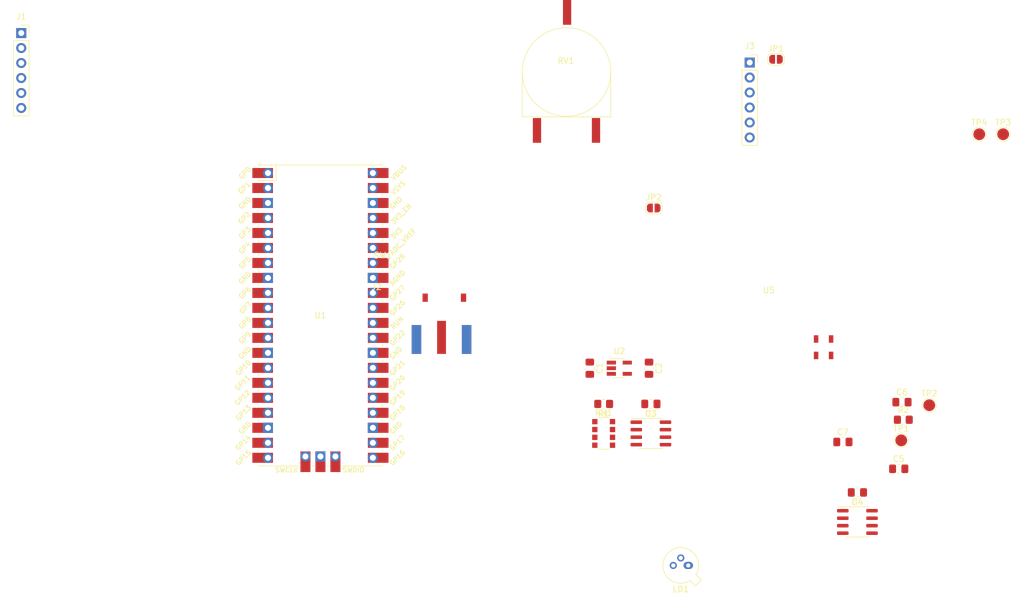
<source format=kicad_pcb>
(kicad_pcb (version 20211014) (generator pcbnew)
  (layers (0 "F.Cu" signal) (31 "B.Cu" signal) (36 "B.SilkS" user "B.Silkscreen") (37 "F.SilkS" user "F.Silkscreen") (38 "B.Mask" user) (39 "F.Mask" user) (44 "Edge.Cuts" user))
  (net 0 "")
  (net 1 "5V")
  (net 2 "GND")
  (net 3 "3V3")
  (net 4 "DAC_OUT_I_SRC")
  (net 5 "SCL")
  (net 6 "SDA")
  (net 7 "Net-(SW1-Pad1)")
  (net 8 "Net-(R1-Pad2)")
  (net 35 "Net-(RN1-Pad7)")
  (net 36 "A3V3")
  (net 37 "Net-(C5-Pad2)")
  (net 38 "PD")
  (net 39 "TIA_OUT")
  (net 40 "Net-(J2-Pad1)")
  (net 41 "LD_LOW")
  (net 45 "Net-(JP1-Pad1)")
  (net 47 "DAC_OUT_TIA")
  (net 48 "Net-(JP1-Pad2)")
  (net 49 "Net-(RN1-Pad3)")
  (net 50 "Net-(RN1-Pad5)")
  (net 51 "Net-(RV1-Pad2)")
  (footprint "Capacitor_SMD:C_0805_2012Metric_Pad1.18x1.45mm_HandSolder" (layer "F.Cu") (at 174 128)
    (fp_text reference "C5" (at 0 -1.68) (layer "F.SilkS"))
    (fp_text value "0.01u")
    (fp_line (start -0.261252 0.735) (end 0.261252 0.735) (layer "F.SilkS") (width 0.12))
    (fp_line (start -0.261252 -0.735) (end 0.261252 -0.735) (layer "F.SilkS") (width 0.12))
    (pad "1" smd roundrect locked (at -1.0375 0) (size 1.175 1.45) (layers "F.Cu" "F.Paste" "F.Mask") (roundrect_rratio 0.212766) (net 2 "GND"))
    (pad "2" smd roundrect locked (at 1.0375 0) (size 1.175 1.45) (layers "F.Cu" "F.Paste" "F.Mask") (roundrect_rratio 0.212766) (net 37 "Net-(C5-Pad2)"))
  )
  (footprint "Capacitor_SMD:C_0805_2012Metric_Pad1.18x1.45mm_HandSolder" (layer "F.Cu") (at 132 117 180)
    (fp_text reference "C3" (at 0 -1.68) (layer "F.SilkS"))
    (fp_text value "0.1u")
    (fp_line (start -0.261252 -0.735) (end 0.261252 -0.735) (layer "F.SilkS") (width 0.12))
    (fp_line (start -0.261252 0.735) (end 0.261252 0.735) (layer "F.SilkS") (width 0.12))
    (pad "1" smd roundrect locked (at -1.0375 0 180) (size 1.175 1.45) (layers "F.Cu" "F.Paste" "F.Mask") (roundrect_rratio 0.212766) (net 36 "A3V3"))
    (pad "2" smd roundrect locked (at 1.0375 0 180) (size 1.175 1.45) (layers "F.Cu" "F.Paste" "F.Mask") (roundrect_rratio 0.212766) (net 2 "GND"))
  )
  (footprint "Resistor_SMD:R_0805_2012Metric_Pad1.20x1.40mm_HandSolder" (layer "F.Cu") (at 124 117 180)
    (fp_text reference "R1" (at 0 -1.65) (layer "F.SilkS"))
    (fp_text value "10")
    (fp_line (start -0.227064 -0.735) (end 0.227064 -0.735) (layer "F.SilkS") (width 0.12))
    (fp_line (start -0.227064 0.735) (end 0.227064 0.735) (layer "F.SilkS") (width 0.12))
    (pad "1" smd roundrect locked (at -1 0 180) (size 1.2 1.4) (layers "F.Cu" "F.Paste" "F.Mask") (roundrect_rratio 0.208333) (net 37 "Net-(C5-Pad2)"))
    (pad "2" smd roundrect locked (at 1 0 180) (size 1.2 1.4) (layers "F.Cu" "F.Paste" "F.Mask") (roundrect_rratio 0.208333) (net 8 "Net-(R1-Pad2)"))
  )
  (footprint "Capacitor_SMD:C_0805_2012Metric_Pad1.18x1.45mm_HandSolder" (layer "F.Cu") (at 121.65 110.95 -90)
    (fp_text reference "C1" (at 0 -1.68 90) (layer "F.SilkS"))
    (fp_text value "1u")
    (fp_line (start -0.261252 -0.735) (end 0.261252 -0.735) (layer "F.SilkS") (width 0.12))
    (fp_line (start -0.261252 0.735) (end 0.261252 0.735) (layer "F.SilkS") (width 0.12))
    (pad "1" smd roundrect locked (at -1.0375 0 270) (size 1.175 1.45) (layers "F.Cu" "F.Paste" "F.Mask") (roundrect_rratio 0.212766) (net 1 "5V"))
    (pad "2" smd roundrect locked (at 1.0375 0 270) (size 1.175 1.45) (layers "F.Cu" "F.Paste" "F.Mask") (roundrect_rratio 0.212766) (net 2 "GND"))
  )
  (footprint "Capacitor_SMD:C_0805_2012Metric_Pad1.18x1.45mm_HandSolder" (layer "F.Cu") (at 174.55 116.7)
    (fp_text reference "C6" (at 0 -1.68) (layer "F.SilkS"))
    (fp_text value "C_Small")
    (fp_line (start -0.261252 0.735) (end 0.261252 0.735) (layer "F.SilkS") (width 0.12))
    (fp_line (start -0.261252 -0.735) (end 0.261252 -0.735) (layer "F.SilkS") (width 0.12))
    (pad "1" smd roundrect locked (at -1.0375 0) (size 1.175 1.45) (layers "F.Cu" "F.Paste" "F.Mask") (roundrect_rratio 0.212766) (net 38 "PD"))
    (pad "2" smd roundrect locked (at 1.0375 0) (size 1.175 1.45) (layers "F.Cu" "F.Paste" "F.Mask") (roundrect_rratio 0.212766) (net 39 "TIA_OUT"))
  )
  (footprint "Capacitor_SMD:C_0805_2012Metric_Pad1.18x1.45mm_HandSolder" (layer "F.Cu") (at 131.6875 110.95 -90)
    (fp_text reference "C2" (at 0 -1.68 90) (layer "F.SilkS"))
    (fp_text value "1u")
    (fp_line (start -0.261252 0.735) (end 0.261252 0.735) (layer "F.SilkS") (width 0.12))
    (fp_line (start -0.261252 -0.735) (end 0.261252 -0.735) (layer "F.SilkS") (width 0.12))
    (pad "1" smd roundrect locked (at -1.0375 0 270) (size 1.175 1.45) (layers "F.Cu" "F.Paste" "F.Mask") (roundrect_rratio 0.212766) (net 36 "A3V3"))
    (pad "2" smd roundrect locked (at 1.0375 0 270) (size 1.175 1.45) (layers "F.Cu" "F.Paste" "F.Mask") (roundrect_rratio 0.212766) (net 2 "GND"))
  )
  (footprint "Package_TO_SOT_SMD:SOT-23-5_HandSoldering" (layer "F.Cu") (at 126.65 110.95)
    (fp_text reference "U2" (at 0 -2.9) (layer "F.SilkS"))
    (fp_text value "MIC5317")
    (fp_line (start -0.9 1.61) (end 0.9 1.61) (layer "F.SilkS") (width 0.12))
    (fp_line (start 0.9 -1.61) (end -1.55 -1.61) (layer "F.SilkS") (width 0.12))
    (pad "1" smd rect locked (at -1.35 -0.95) (size 1.56 0.65) (layers "F.Cu" "F.Paste" "F.Mask") (net 1 "5V"))
    (pad "2" smd rect locked (at -1.35 0) (size 1.56 0.65) (layers "F.Cu" "F.Paste" "F.Mask") (net 2 "GND"))
    (pad "3" smd rect locked (at -1.35 0.95) (size 1.56 0.65) (layers "F.Cu" "F.Paste" "F.Mask"))
    (pad "4" smd rect locked (at 1.35 0.95) (size 1.56 0.65) (layers "F.Cu" "F.Paste" "F.Mask"))
    (pad "5" smd rect locked (at 1.35 -0.95) (size 1.56 0.65) (layers "F.Cu" "F.Paste" "F.Mask") (net 36 "A3V3"))
  )
  (footprint "lib:PT15-RV15" (layer "F.Cu") (at 117.7 60.75)
    (fp_text reference "RV1" (at -0.1 -1.9 unlocked) (layer "F.SilkS"))
    (fp_text value "R_Potentiometer")
    (fp_line (start -5 7.6) (end -7.5 7.6) (layer "F.SilkS") (width 0.12))
    (fp_line (start 7.5 0.1) (end 7.5 7.6) (layer "F.SilkS") (width 0.12))
    (fp_line (start -5 7.6) (end 5 7.6) (layer "F.SilkS") (width 0.12))
    (fp_line (start 5 7.6) (end 7.5 7.6) (layer "F.SilkS") (width 0.12))
    (fp_line (start -7.5 0) (end -7.5 7.5) (layer "F.SilkS") (width 0.12))
    (fp_line (start -7.5 7.5) (end -7.5 7.6) (layer "F.SilkS") (width 0.12))
    (fp_circle (center 0 0) (end 7.5 0) (layer "F.SilkS") (width 0.12) (fill none))
    (pad "1" smd rect (at -5 9.9) (size 1.4 4.2) (layers "F.Cu" "F.Paste" "F.Mask") (net 36 "A3V3"))
    (pad "2" smd rect (at 0.1 -10.1) (size 1.4 4.2) (layers "F.Cu" "F.Paste" "F.Mask") (net 51 "Net-(RV1-Pad2)"))
    (pad "3" smd rect (at 5 9.9) (size 1.4 4.2) (layers "F.Cu" "F.Paste" "F.Mask") (net 2 "GND"))
  )
  (footprint "TestPoint:TestPoint_Pad_D2.0mm" (layer "F.Cu") (at 187.65 71.3)
    (fp_text reference "TP4" (at 0 -1.998) (layer "F.SilkS"))
    (fp_text value "TestPoint")
    (fp_circle (center 0 0) (end 0 1.2) (layer "F.SilkS") (width 0.12) (fill none))
    (pad "1" smd circle locked (at 0 0) (size 2 2) (layers "F.Cu" "F.Mask") (net 39 "TIA_OUT"))
  )
  (footprint "Connector_PinSocket_2.54mm:PinSocket_1x06_P2.54mm_Vertical" (layer "F.Cu") (at 25.3 54.15)
    (fp_text reference "J1" (at 0 -2.77) (layer "F.SilkS"))
    (fp_text value "MCP4725")
    (fp_line (start 0 -1.33) (end 1.33 -1.33) (layer "F.SilkS") (width 0.12))
    (fp_line (start -1.33 14.03) (end 1.33 14.03) (layer "F.SilkS") (width 0.12))
    (fp_line (start 1.33 1.27) (end 1.33 14.03) (layer "F.SilkS") (width 0.12))
    (fp_line (start -1.33 1.27) (end 1.33 1.27) (layer "F.SilkS") (width 0.12))
    (fp_line (start -1.33 1.27) (end -1.33 14.03) (layer "F.SilkS") (width 0.12))
    (fp_line (start 1.33 -1.33) (end 1.33 0) (layer "F.SilkS") (width 0.12))
    (pad "1" thru_hole rect locked (at 0 0) (size 1.7 1.7) (drill 1) (layers *.Cu *.Mask) (net 4 "DAC_OUT_I_SRC"))
    (pad "2" thru_hole oval locked (at 0 2.54) (size 1.7 1.7) (drill 1) (layers *.Cu *.Mask) (net 2 "GND"))
    (pad "3" thru_hole oval locked (at 0 5.08) (size 1.7 1.7) (drill 1) (layers *.Cu *.Mask) (net 5 "SCL"))
    (pad "4" thru_hole oval locked (at 0 7.62) (size 1.7 1.7) (drill 1) (layers *.Cu *.Mask) (net 6 "SDA"))
    (pad "5" thru_hole oval locked (at 0 10.16) (size 1.7 1.7) (drill 1) (layers *.Cu *.Mask) (net 3 "3V3"))
    (pad "6" thru_hole oval locked (at 0 12.7) (size 1.7 1.7) (drill 1) (layers *.Cu *.Mask) (net 2 "GND"))
  )
  (footprint "Connector_PinSocket_2.54mm:PinSocket_1x06_P2.54mm_Vertical" (layer "F.Cu") (at 148.75 59.15)
    (fp_text reference "J3" (at 0 -2.77) (layer "F.SilkS"))
    (fp_text value "MCP4725")
    (fp_line (start -1.33 1.27) (end 1.33 1.27) (layer "F.SilkS") (width 0.12))
    (fp_line (start 0 -1.33) (end 1.33 -1.33) (layer "F.SilkS") (width 0.12))
    (fp_line (start -1.33 14.03) (end 1.33 14.03) (layer "F.SilkS") (width 0.12))
    (fp_line (start -1.33 1.27) (end -1.33 14.03) (layer "F.SilkS") (width 0.12))
    (fp_line (start 1.33 -1.33) (end 1.33 0) (layer "F.SilkS") (width 0.12))
    (fp_line (start 1.33 1.27) (end 1.33 14.03) (layer "F.SilkS") (width 0.12))
    (pad "1" thru_hole rect locked (at 0 0) (size 1.7 1.7) (drill 1) (layers *.Cu *.Mask) (net 47 "DAC_OUT_TIA"))
    (pad "2" thru_hole oval locked (at 0 2.54) (size 1.7 1.7) (drill 1) (layers *.Cu *.Mask) (net 2 "GND"))
    (pad "3" thru_hole oval locked (at 0 5.08) (size 1.7 1.7) (drill 1) (layers *.Cu *.Mask) (net 5 "SCL"))
    (pad "4" thru_hole oval locked (at 0 7.62) (size 1.7 1.7) (drill 1) (layers *.Cu *.Mask) (net 6 "SDA"))
    (pad "5" thru_hole oval locked (at 0 10.16) (size 1.7 1.7) (drill 1) (layers *.Cu *.Mask) (net 3 "3V3"))
    (pad "6" thru_hole oval locked (at 0 12.7) (size 1.7 1.7) (drill 1) (layers *.Cu *.Mask) (net 2 "GND"))
  )
  (footprint "Jumper:SolderJumper-2_P1.3mm_Open_RoundedPad1.0x1.5mm" (layer "F.Cu") (at 153.2 58.6)
    (fp_text reference "JP1" (at 0 -1.8) (layer "F.SilkS"))
    (fp_text value "SolderJumper_2_Open")
    (fp_line (start -1.4 0.3) (end -1.4 -0.3) (layer "F.SilkS") (width 0.12))
    (fp_line (start 0.7 1) (end -0.7 1) (layer "F.SilkS") (width 0.12))
    (fp_line (start 1.4 -0.3) (end 1.4 0.3) (layer "F.SilkS") (width 0.12))
    (fp_line (start -0.7 -1) (end 0.7 -1) (layer "F.SilkS") (width 0.12))
    (fp_arc (start -0.7 1) (mid -1.194975 0.794975) (end -1.4 0.3) (layer "F.SilkS") (width 0.12))
    (fp_arc (start 1.4 0.3) (mid 1.194975 0.794975) (end 0.7 1) (layer "F.SilkS") (width 0.12))
    (fp_arc (start -1.4 -0.3) (mid -1.194975 -0.794975) (end -0.7 -1) (layer "F.SilkS") (width 0.12))
    (fp_arc (start 0.7 -1) (mid 1.194975 -0.794975) (end 1.4 -0.3) (layer "F.SilkS") (width 0.12))
    (pad "1" smd custom locked (at -0.65 0) (size 1 0.5) (layers "F.Cu" "F.Mask") (net 45 "Net-(JP1-Pad1)") (options (clearance outline) (anchor rect)) (primitives (gr_circle (center 0 0.25) (end 0.5 0.25) (width 0) (fill yes)) (gr_circle (center 0 -0.25) (end 0.5 -0.25) (width 0) (fill yes)) (gr_poly (pts (xy 0.5 0.75) (xy 0 0.75) (xy 0 -0.75) (xy 0.5 -0.75)) (width 0) (fill yes))))
    (pad "2" smd custom locked (at 0.65 0) (size 1 0.5) (layers "F.Cu" "F.Mask") (net 48 "Net-(JP1-Pad2)") (options (clearance outline) (anchor rect)) (primitives (gr_circle (center 0 0.25) (end 0.5 0.25) (width 0) (fill yes)) (gr_circle (center 0 -0.25) (end 0.5 -0.25) (width 0) (fill yes)) (gr_poly (pts (xy 0 0.75) (xy -0.5 0.75) (xy -0.5 -0.75) (xy 0 -0.75)) (width 0) (fill yes))))
  )
  (footprint "TestPoint:TestPoint_Pad_D2.0mm" (layer "F.Cu") (at 174.43 123.18)
    (fp_text reference "TP1" (at 0 -1.998) (layer "F.SilkS"))
    (fp_text value "TestPoint")
    (fp_circle (center 0 0) (end 0 1.2) (layer "F.SilkS") (width 0.12) (fill none))
    (pad "1" smd circle locked (at 0 0) (size 2 2) (layers "F.Cu" "F.Mask") (net 4 "DAC_OUT_I_SRC"))
  )
  (footprint "Resistor_SMD:R_Array_Convex_4x1206" (layer "F.Cu") (at 124 122)
    (fp_text reference "RN1" (at 0 -3.5) (layer "F.SilkS"))
    (fp_text value "R_Pack04_SIP_Split")
    (fp_line (start 1.05 2.67) (end -1.05 2.67) (layer "F.SilkS") (width 0.12))
    (fp_line (start 1.05 -2.67) (end -1.05 -2.67) (layer "F.SilkS") (width 0.12))
    (pad "1" smd rect locked (at -1.5 -2) (size 0.9 0.9) (layers "F.Cu" "F.Paste" "F.Mask") (net 8 "Net-(R1-Pad2)"))
    (pad "2" smd rect locked (at -1.5 -0.66) (size 0.9 0.9) (layers "F.Cu" "F.Paste" "F.Mask") (net 4 "DAC_OUT_I_SRC"))
    (pad "3" smd rect locked (at -1.5 0.66) (size 0.9 0.9) (layers "F.Cu" "F.Paste" "F.Mask") (net 49 "Net-(RN1-Pad3)"))
    (pad "4" smd rect locked (at -1.5 2) (size 0.9 0.9) (layers "F.Cu" "F.Paste" "F.Mask") (net 2 "GND"))
    (pad "5" smd rect locked (at 1.5 2) (size 0.9 0.9) (layers "F.Cu" "F.Paste" "F.Mask") (net 50 "Net-(RN1-Pad5)"))
    (pad "6" smd rect locked (at 1.5 0.66) (size 0.9 0.9) (layers "F.Cu" "F.Paste" "F.Mask") (net 50 "Net-(RN1-Pad5)"))
    (pad "7" smd rect locked (at 1.5 -0.66) (size 0.9 0.9) (layers "F.Cu" "F.Paste" "F.Mask") (net 35 "Net-(RN1-Pad7)"))
    (pad "8" smd rect locked (at 1.5 -2) (size 0.9 0.9) (layers "F.Cu" "F.Paste" "F.Mask") (net 35 "Net-(RN1-Pad7)"))
  )
  (footprint "lib:SOIC-8-1EP_3.9x4.9mm_P1.27mm_EP2.29x3mm" (layer "F.Cu") (at 167 137)
    (fp_text reference "U4" (at 0 -3.4) (layer "F.SilkS"))
    (fp_text value "TSV358")
    (fp_line (start 0 -2.56) (end 1.95 -2.56) (layer "F.SilkS") (width 0.12))
    (fp_line (start 0 2.56) (end 1.95 2.56) (layer "F.SilkS") (width 0.12))
    (fp_line (start 0 -2.56) (end -3.45 -2.56) (layer "F.SilkS") (width 0.12))
    (fp_line (start 0 2.56) (end -1.95 2.56) (layer "F.SilkS") (width 0.12))
    (pad "1" smd roundrect (at -2.475 -1.905) (size 1.95 0.6) (layers "F.Cu" "F.Paste" "F.Mask") (net 45 "Net-(JP1-Pad1)"))
    (pad "2" smd roundrect (at -2.475 -0.635) (size 1.95 0.6) (layers "F.Cu" "F.Paste" "F.Mask") (net 45 "Net-(JP1-Pad1)"))
    (pad "3" smd roundrect (at -2.475 0.635) (size 1.95 0.6) (layers "F.Cu" "F.Paste" "F.Mask") (net 51 "Net-(RV1-Pad2)"))
    (pad "4" smd roundrect (at -2.475 1.905) (size 1.95 0.6) (layers "F.Cu" "F.Paste" "F.Mask") (net 2 "GND"))
    (pad "5" smd roundrect (at 2.475 1.905) (size 1.95 0.6) (layers "F.Cu" "F.Paste" "F.Mask") (net 48 "Net-(JP1-Pad2)"))
    (pad "6" smd roundrect (at 2.475 0.635) (size 1.95 0.6) (layers "F.Cu" "F.Paste" "F.Mask") (net 38 "PD"))
    (pad "7" smd roundrect (at 2.475 -0.635) (size 1.95 0.6) (layers "F.Cu" "F.Paste" "F.Mask") (net 39 "TIA_OUT"))
    (pad "8" smd roundrect (at 2.475 -1.905) (size 1.95 0.6) (layers "F.Cu" "F.Paste" "F.Mask") (net 36 "A3V3"))
  )
  (footprint "Resistor_SMD:R_0805_2012Metric_Pad1.20x1.40mm_HandSolder" (layer "F.Cu") (at 174.78 119.68)
    (fp_text reference "R2" (at 0 -1.65) (layer "F.SilkS"))
    (fp_text value "R")
    (fp_line (start -0.227064 -0.735) (end 0.227064 -0.735) (layer "F.SilkS") (width 0.12))
    (fp_line (start -0.227064 0.735) (end 0.227064 0.735) (layer "F.SilkS") (width 0.12))
    (pad "1" smd roundrect locked (at -1 0) (size 1.2 1.4) (layers "F.Cu" "F.Paste" "F.Mask") (roundrect_rratio 0.208333) (net 38 "PD"))
    (pad "2" smd roundrect locked (at 1 0) (size 1.2 1.4) (layers "F.Cu" "F.Paste" "F.Mask") (roundrect_rratio 0.208333) (net 39 "TIA_OUT"))
  )
  (footprint "lib:RPi_Pico_SMD_TH" (layer "F.Cu") (at 76 102)
    (fp_text reference "U1" (at 0 0) (layer "F.SilkS"))
    (fp_text value "Pico")
    (fp_text user "GND" (at 12.8 6.35 45) (layer "F.SilkS") (effects (font (size 0.8 0.8))))
    (fp_text user "GP9" (at -12.8 3.81 45) (layer "F.SilkS") (effects (font (size 0.8 0.8))))
    (fp_text user "AGND" (at 13.054 -6.35 45) (layer "F.SilkS") (effects (font (size 0.8 0.8))))
    (fp_text user "GP11" (at -13.2 11.43 45) (layer "F.SilkS") (effects (font (size 0.8 0.8))))
    (fp_text user "SWCLK" (at -5.7 26.2) (layer "F.SilkS") (effects (font (size 0.8 0.8))))
    (fp_text user "GP2" (at -12.9 -16.51 45) (layer "F.SilkS") (effects (font (size 0.8 0.8))))
    (fp_text user "GP8" (at -12.8 1.27 45) (layer "F.SilkS") (effects (font (size 0.8 0.8))))
    (fp_text user "GP12" (at -13.2 13.97 45) (layer "F.SilkS") (effects (font (size 0.8 0.8))))
    (fp_text user "GP7" (at -12.7 -1.3 45) (layer "F.SilkS") (effects (font (size 0.8 0.8))))
    (fp_text user "GND" (at -12.8 6.35 45) (layer "F.SilkS") (effects (font (size 0.8 0.8))))
    (fp_text user "GP16" (at 13.054 24.13 45) (layer "F.SilkS") (effects (font (size 0.8 0.8))))
    (fp_text user "GP19" (at 13.054 13.97 45) (layer "F.SilkS") (effects (font (size 0.8 0.8))))
    (fp_text user "GP0" (at -12.8 -24.13 45) (layer "F.SilkS") (effects (font (size 0.8 0.8))))
    (fp_text user "GND" (at -12.8 -19.05 45) (layer "F.SilkS") (effects (font (size 0.8 0.8))))
    (fp_text user "GP21" (at 13.054 8.9 45) (layer "F.SilkS") (effects (font (size 0.8 0.8))))
    (fp_text user "GP20" (at 13.054 11.43 45) (layer "F.SilkS") (effects (font (size 0.8 0.8))))
    (fp_text user "GP3" (at -12.8 -13.97 45) (layer "F.SilkS") (effects (font (size 0.8 0.8))))
    (fp_text user "ADC_VREF" (at 14 -12.5 45) (layer "F.SilkS") (effects (font (size 0.8 0.8))))
    (fp_text user "RUN" (at 13 1.27 45) (layer "F.SilkS") (effects (font (size 0.8 0.8))))
    (fp_text user "GP27" (at 13.054 -3.8 45) (layer "F.SilkS") (effects (font (size 0.8 0.8))))
    (fp_text user "GP17" (at 13.054 21.59 45) (layer "F.SilkS") (effects (font (size 0.8 0.8))))
    (fp_text user "3V3_EN" (at 13.7 -17.2 45) (layer "F.SilkS") (effects (font (size 0.8 0.8))))
    (fp_text user "GP13" (at -13.054 16.51 45) (layer "F.SilkS") (effects (font (size 0.8 0.8))))
    (fp_text user "GP18" (at 13.054 16.51 45) (layer "F.SilkS") (effects (font (size 0.8 0.8))))
    (fp_text user "GP5" (at -12.8 -8.89 45) (layer "F.SilkS") (effects (font (size 0.8 0.8))))
    (fp_text user "GP15" (at -13.054 24.13 45) (layer "F.SilkS") (effects (font (size 0.8 0.8))))
    (fp_text user "GND" (at -12.8 -6.35 45) (layer "F.SilkS") (effects (font (size 0.8 0.8))))
    (fp_text user "GP14" (at -13.1 21.59 45) (layer "F.SilkS") (effects (font (size 0.8 0.8))))
    (fp_text user "GND" (at 12.8 -19.05 45) (layer "F.SilkS") (effects (font (size 0.8 0.8))))
    (fp_text user "GP4" (at -12.8 -11.43 45) (layer "F.SilkS") (effects (font (size 0.8 0.8))))
    (fp_text user "GP10" (at -13.054 8.89 45) (layer "F.SilkS") (effects (font (size 0.8 0.8))))
    (fp_text user "GP6" (at -12.8 -3.81 45) (layer "F.SilkS") (effects (font (size 0.8 0.8))))
    (fp_text user "3V3" (at 12.9 -13.9 45) (layer "F.SilkS") (effects (font (size 0.8 0.8))))
    (fp_text user "VBUS" (at 13.3 -24.2 45) (layer "F.SilkS") (effects (font (size 0.8 0.8))))
    (fp_text user "GP22" (at 13.054 3.81 45) (layer "F.SilkS") (effects (font (size 0.8 0.8))))
    (fp_text user "GND" (at -12.8 19.05 45) (layer "F.SilkS") (effects (font (size 0.8 0.8))))
    (fp_text user "GND" (at 12.8 19.05 45) (layer "F.SilkS") (effects (font (size 0.8 0.8))))
    (fp_text user "GP1" (at -12.9 -21.6 45) (layer "F.SilkS") (effects (font (size 0.8 0.8))))
    (fp_text user "GP28" (at 13.054 -9.144 45) (layer "F.SilkS") (effects (font (size 0.8 0.8))))
    (fp_text user "VSYS" (at 13.2 -21.59 45) (layer "F.SilkS") (effects (font (size 0.8 0.8))))
    (fp_text user "SWDIO" (at 5.6 26.2) (layer "F.SilkS") (effects (font (size 0.8 0.8))))
    (fp_text user "GP26" (at 13.054 -1.27 45) (layer "F.SilkS") (effects (font (size 0.8 0.8))))
    (fp_line (start 10.5 -7.8) (end 10.5 -7.4) (layer "F.SilkS") (width 0.12))
    (fp_line (start 10.5 2.3) (end 10.5 2.7) (layer "F.SilkS") (width 0.12))
    (fp_line (start -10.5 4.9) (end -10.5 5.3) (layer "F.SilkS") (width 0.12))
    (fp_line (start 10.5 7.4) (end 10.5 7.8) (layer "F.SilkS") (width 0.12))
    (fp_line (start 10.5 -25.5) (end 10.5 -25.2) (layer "F.SilkS") (width 0.12))
    (fp_line (start 1.1 25.5) (end 1.5 25.5) (layer "F.SilkS") (width 0.12))
    (fp_line (start 10.5 -12.9) (end 10.5 -12.5) (layer "F.SilkS") (width 0.12))
    (fp_line (start -10.5 -20.5) (end -10.5 -20.1) (layer "F.SilkS") (width 0.12))
    (fp_line (start 10.5 -23.1) (end 10.5 -22.7) (layer "F.SilkS") (width 0.12))
    (fp_line (start 10.5 17.6) (end 10.5 18) (layer "F.SilkS") (width 0.12))
    (fp_line (start -10.5 -15.4) (end -10.5 -15) (layer "F.SilkS") (width 0.12))
    (fp_line (start -10.5 15.1) (end -10.5 15.5) (layer "F.SilkS") (width 0.12))
    (fp_line (start -10.5 -2.7) (end -10.5 -2.3) (layer "F.SilkS") (width 0.12))
    (fp_line (start -10.5 2.3) (end -10.5 2.7) (layer "F.SilkS") (width 0.12))
    (fp_line (start -10.5 7.4) (end -10.5 7.8) (layer "F.SilkS") (width 0.12))
    (fp_line (start -10.5 22.7) (end -10.5 23.1) (layer "F.SilkS") (width 0.12))
    (fp_line (start -10.5 20.1) (end -10.5 20.5) (layer "F.SilkS") (width 0.12))
    (fp_line (start 10.5 20.1) (end 10.5 20.5) (layer "F.SilkS") (width 0.12))
    (fp_line (start -10.5 17.6) (end -10.5 18) (layer "F.SilkS") (width 0.12))
    (fp_line (start -1.5 25.5) (end -1.1 25.5) (layer "F.SilkS") (width 0.12))
    (fp_line (start 10.5 -0.2) (end 10.5 0.2) (layer "F.SilkS") (width 0.12))
    (fp_line (start -10.5 -0.2) (end -10.5 0.2) (layer "F.SilkS") (width 0.12))
    (fp_line (start 10.5 -15.4) (end 10.5 -15) (layer "F.SilkS") (width 0.12))
    (fp_line (start 10.5 12.5) (end 10.5 12.9) (layer "F.SilkS") (width 0.12))
    (fp_line (start 10.5 25.5) (end 3.7 25.5) (layer "F.SilkS") (width 0.12))
    (fp_line (start -10.5 -12.9) (end -10.5 -12.5) (layer "F.SilkS") (width 0.12))
    (fp_line (start -10.5 -25.5) (end 10.5 -25.5) (layer "F.SilkS") (width 0.12))
    (fp_line (start -7.493 -22.833) (end -7.493 -25.5) (layer "F.SilkS") (width 0.12))
    (fp_line (start -10.5 -10.4) (end -10.5 -10) (layer "F.SilkS") (width 0.12))
    (fp_line (start -10.5 12.5) (end -10.5 12.9) (layer "F.SilkS") (width 0.12))
    (fp_line (start -10.5 -7.8) (end -10.5 -7.4) (layer "F.SilkS") (width 0.12))
    (fp_line (start 10.5 10) (end 10.5 10.4) (layer "F.SilkS") (width 0.12))
    (fp_line (start 10.5 -5.3) (end 10.5 -4.9) (layer "F.SilkS") (width 0.12))
    (fp_line (start -10.5 -25.5) (end -10.5 -25.2) (layer "F.SilkS") (width 0.12))
    (fp_line (start -10.5 -23.1) (end -10.5 -22.7) (layer "F.SilkS") (width 0.12))
    (fp_line (start 10.5 -18) (end 10.5 -17.6) (layer "F.SilkS") (width 0.12))
    (fp_line (start -10.5 -22.833) (end -7.493 -22.833) (layer "F.SilkS") (width 0.12))
    (fp_line (start -10.5 -18) (end -10.5 -17.6) (layer "F.SilkS") (width 0.12))
    (fp_line (start -3.7 25.5) (end -10.5 25.5) (layer "F.SilkS") (width 0.12))
    (fp_line (start 10.5 22.7) (end 10.5 23.1) (layer "F.SilkS") (width 0.12))
    (fp_line (start 10.5 4.9) (end 10.5 5.3) (layer "F.SilkS") (width 0.12))
    (fp_line (start 10.5 -2.7) (end 10.5 -2.3) (layer "F.SilkS") (width 0.12))
    (fp_line (start 10.5 -10.4) (end 10.5 -10) (layer "F.SilkS") (width 0.12))
    (fp_line (start -10.5 -5.3) (end -10.5 -4.9) (layer "F.SilkS") (width 0.12))
    (fp_line (start -10.5 10) (end -10.5 10.4) (layer "F.SilkS") (width 0.12))
    (fp_line (start 10.5 -20.5) (end 10.5 -20.1) (layer "F.SilkS") (width 0.12))
    (fp_line (start 10.5 15.1) (end 10.5 15.5) (layer "F.SilkS") (width 0.12))
    (pad "" np_thru_hole oval locked (at 2.425 -20.97) (size 1.5 1.5) (drill 1.5) (layers *.Cu *.Mask))
    (pad "" np_thru_hole oval locked (at 2.725 -24) (size 1.8 1.8) (drill 1.8) (layers *.Cu *.Mask))
    (pad "" np_thru_hole oval locked (at -2.425 -20.97) (size 1.5 1.5) (drill 1.5) (layers *.Cu *.Mask))
    (pad "" np_thru_hole oval locked (at -2.725 -24) (size 1.8 1.8) (drill 1.8) (layers *.Cu *.Mask))
    (pad "1" thru_hole oval locked (at -8.89 -24.13) (size 1.7 1.7) (drill 1.02) (layers *.Cu *.Mask))
    (pad "1" smd rect locked (at -8.89 -24.13) (size 3.5 1.7) (drill (offset -0.9 0)) (layers "F.Cu" "F.Mask"))
    (pad "2" smd rect locked (at -8.89 -21.59) (size 3.5 1.7) (drill (offset -0.9 0)) (layers "F.Cu" "F.Mask"))
    (pad "2" thru_hole oval locked (at -8.89 -21.59) (size 1.7 1.7) (drill 1.02) (layers *.Cu *.Mask))
    (pad "3" smd rect locked (at -8.89 -19.05) (size 3.5 1.7) (drill (offset -0.9 0)) (layers "F.Cu" "F.Mask") (net 2 "GND"))
    (pad "3" thru_hole rect locked (at -8.89 -19.05) (size 1.7 1.7) (drill 1.02) (layers *.Cu *.Mask) (net 2 "GND"))
    (pad "4" thru_hole oval locked (at -8.89 -16.51) (size 1.7 1.7) (drill 1.02) (layers *.Cu *.Mask))
    (pad "4" smd rect locked (at -8.89 -16.51) (size 3.5 1.7) (drill (offset -0.9 0)) (layers "F.Cu" "F.Mask"))
    (pad "5" smd rect locked (at -8.89 -13.97) (size 3.5 1.7) (drill (offset -0.9 0)) (layers "F.Cu" "F.Mask"))
    (pad "5" thru_hole oval locked (at -8.89 -13.97) (size 1.7 1.7) (drill 1.02) (layers *.Cu *.Mask))
    (pad "6" thru_hole oval locked (at -8.89 -11.43) (size 1.7 1.7) (drill 1.02) (layers *.Cu *.Mask))
    (pad "6" smd rect locked (at -8.89 -11.43) (size 3.5 1.7) (drill (offset -0.9 0)) (layers "F.Cu" "F.Mask"))
    (pad "7" thru_hole oval locked (at -8.89 -8.89) (size 1.7 1.7) (drill 1.02) (layers *.Cu *.Mask))
    (pad "7" smd rect locked (at -8.89 -8.89) (size 3.5 1.7) (drill (offset -0.9 0)) (layers "F.Cu" "F.Mask"))
    (pad "8" smd rect locked (at -8.89 -6.35) (size 3.5 1.7) (drill (offset -0.9 0)) (layers "F.Cu" "F.Mask") (net 2 "GND"))
    (pad "8" thru_hole rect locked (at -8.89 -6.35) (size 1.7 1.7) (drill 1.02) (layers *.Cu *.Mask) (net 2 "GND"))
    (pad "9" thru_hole oval locked (at -8.89 -3.81) (size 1.7 1.7) (drill 1.02) (layers *.Cu *.Mask))
    (pad "9" smd rect locked (at -8.89 -3.81) (size 3.5 1.7) (drill (offset -0.9 0)) (layers "F.Cu" "F.Mask"))
    (pad "10" thru_hole oval locked (at -8.89 -1.27) (size 1.7 1.7) (drill 1.02) (layers *.Cu *.Mask))
    (pad "10" smd rect locked (at -8.89 -1.27) (size 3.5 1.7) (drill (offset -0.9 0)) (layers "F.Cu" "F.Mask"))
    (pad "11" thru_hole oval locked (at -8.89 1.27) (size 1.7 1.7) (drill 1.02) (layers *.Cu *.Mask))
    (pad "11" smd rect locked (at -8.89 1.27) (size 3.5 1.7) (drill (offset -0.9 0)) (layers "F.Cu" "F.Mask"))
    (pad "12" thru_hole oval locked (at -8.89 3.81) (size 1.7 1.7) (drill 1.02) (layers *.Cu *.Mask))
    (pad "12" smd rect locked (at -8.89 3.81) (size 3.5 1.7) (drill (offset -0.9 0)) (layers "F.Cu" "F.Mask"))
    (pad "13" thru_hole rect locked (at -8.89 6.35) (size 1.7 1.7) (drill 1.02) (layers *.Cu *.Mask) (net 2 "GND"))
    (pad "13" smd rect locked (at -8.89 6.35) (size 3.5 1.7) (drill (offset -0.9 0)) (layers "F.Cu" "F.Mask") (net 2 "GND"))
    (pad "14" thru_hole oval locked (at -8.89 8.89) (size 1.7 1.7) (drill 1.02) (layers *.Cu *.Mask))
    (pad "14" smd rect locked (at -8.89 8.89) (size 3.5 1.7) (drill (offset -0.9 0)) (layers "F.Cu" "F.Mask"))
    (pad "15" smd rect locked (at -8.89 11.43) (size 3.5 1.7) (drill (offset -0.9 0)) (layers "F.Cu" "F.Mask"))
    (pad "15" thru_hole oval locked (at -8.89 11.43) (size 1.7 1.7) (drill 1.02) (layers *.Cu *.Mask))
    (pad "16" thru_hole oval locked (at -8.89 13.97) (size 1.7 1.7) (drill 1.02) (layers *.Cu *.Mask))
    (pad "16" smd rect locked (at -8.89 13.97) (size 3.5 1.7) (drill (offset -0.9 0)) (layers "F.Cu" "F.Mask"))
    (pad "17" thru_hole oval locked (at -8.89 16.51) (size 1.7 1.7) (drill 1.02) (layers *.Cu *.Mask))
    (pad "17" smd rect locked (at -8.89 16.51) (size 3.5 1.7) (drill (offset -0.9 0)) (layers "F.Cu" "F.Mask"))
    (pad "18" thru_hole rect locked (at -8.89 19.05) (size 1.7 1.7) (drill 1.02) (layers *.Cu *.Mask) (net 2 "GND"))
    (pad "18" smd rect locked (at -8.89 19.05) (size 3.5 1.7) (drill (offset -0.9 0)) (layers "F.Cu" "F.Mask") (net 2 "GND"))
    (pad "19" smd rect locked (at -8.89 21.59) (size 3.5 1.7) (drill (offset -0.9 0)) (layers "F.Cu" "F.Mask"))
    (pad "19" thru_hole oval locked (at -8.89 21.59) (size 1.7 1.7) (drill 1.02) (layers *.Cu *.Mask))
    (pad "20" thru_hole oval locked (at -8.89 24.13) (size 1.7 1.7) (drill 1.02) (layers *.Cu *.Mask))
    (pad "20" smd rect locked (at -8.89 24.13) (size 3.5 1.7) (drill (offset -0.9 0)) (layers "F.Cu" "F.Mask"))
    (pad "21" thru_hole oval locked (at 8.89 24.13) (size 1.7 1.7) (drill 1.02) (layers *.Cu *.Mask))
    (pad "21" smd rect locked (at 8.89 24.13) (size 3.5 1.7) (drill (offset 0.9 0)) (layers "F.Cu" "F.Mask"))
    (pad "22" thru_hole oval locked (at 8.89 21.59) (size 1.7 1.7) (drill 1.02) (layers *.Cu *.Mask))
    (pad "22" smd rect locked (at 8.89 21.59) (size 3.5 1.7) (drill (offset 0.9 0)) (layers "F.Cu" "F.Mask"))
    (pad "23" thru_hole rect locked (at 8.89 19.05) (size 1.7 1.7) (drill 1.02) (layers *.Cu *.Mask) (net 2 "GND"))
    (pad "23" smd rect locked (at 8.89 19.05) (size 3.5 1.7) (drill (offset 0.9 0)) (layers "F.Cu" "F.Mask") (net 2 "GND"))
    (pad "24" smd rect locked (at 8.89 16.51) (size 3.5 1.7) (drill (offset 0.9 0)) (layers "F.Cu" "F.Mask"))
    (pad "24" thru_hole oval locked (at 8.89 16.51) (size 1.7 1.7) (drill 1.02) (layers *.Cu *.Mask))
    (pad "25" smd rect locked (at 8.89 13.97) (size 3.5 1.7) (drill (offset 0.9 0)) (layers "F.Cu" "F.Mask"))
    (pad "25" thru_hole oval locked (at 8.89 13.97) (size 1.7 1.7) (drill 1.02) (layers *.Cu *.Mask))
    (pad "26" smd rect locked (at 8.89 11.43) (size 3.5 1.7) (drill (offset 0.9 0)) (layers "F.Cu" "F.Mask") (net 6 "SDA"))
    (pad "26" thru_hole oval locked (at 8.89 11.43) (size 1.7 1.7) (drill 1.02) (layers *.Cu *.Mask) (net 6 "SDA"))
    (pad "27" smd rect locked (at 8.89 8.89) (size 3.5 1.7) (drill (offset 0.9 0)) (layers "F.Cu" "F.Mask") (net 5 "SCL"))
    (pad "27" thru_hole oval locked (at 8.89 8.89) (size 1.7 1.7) (drill 1.02) (layers *.Cu *.Mask) (net 5 "SCL"))
    (pad "28" thru_hole rect locked (at 8.89 6.35) (size 1.7 1.7) (drill 1.02) (layers *.Cu *.Mask) (net 2 "GND"))
    (pad "28" smd rect locked (at 8.89 6.35) (size 3.5 1.7) (drill (offset 0.9 0)) (layers "F.Cu" "F.Mask") (net 2 "GND"))
    (pad "29" thru_hole oval locked (at 8.89 3.81) (size 1.7 1.7) (drill 1.02) (layers *.Cu *.Mask))
    (pad "29" smd rect locked (at 8.89 3.81) (size 3.5 1.7) (drill (offset 0.9 0)) (layers "F.Cu" "F.Mask"))
    (pad "30" smd rect locked (at 8.89 1.27) (size 3.5 1.7) (drill (offset 0.9 0)) (layers "F.Cu" "F.Mask") (net 7 "Net-(SW1-Pad1)"))
    (pad "30" thru_hole oval locked (at 8.89 1.27) (size 1.7 1.7) (drill 1.02) (layers *.Cu *.Mask) (net 7 "Net-(SW1-Pad1)"))
    (pad "31" smd rect locked (at 8.89 -1.27) (size 3.5 1.7) (drill (offset 0.9 0)) (layers "F.Cu" "F.Mask") (net 39 "TIA_OUT"))
    (pad "31" thru_hole oval locked (at 8.89 -1.27) (size 1.7 1.7) (drill 1.02) (layers *.Cu *.Mask) (net 39 "TIA_OUT"))
    (pad "32" thru_hole oval locked (at 8.89 -3.81) (size 1.7 1.7) (drill 1.02) (layers *.Cu *.Mask) (net 4 "DAC_OUT_I_SRC"))
    (pad "32" smd rect locked (at 8.89 -3.81) (size 3.5 1.7) (drill (offset 0.9 0)) (layers "F.Cu" "F.Mask") (net 4 "DAC_OUT_I_SRC"))
    (pad "33" thru_hole rect locked (at 8.89 -6.35) (size 1.7 1.7) (drill 1.02) (layers *.Cu *.Mask) (net 2 "GND"))
    (pad "33" smd rect locked (at 8.89 -6.35) (size 3.5 1.7) (drill (offset 0.9 0)) (layers "F.Cu" "F.Mask") (net 2 "GND"))
    (pad "34" smd rect locked (at 8.89 -8.89) (size 3.5 1.7) (drill (offset 0.9 0)) (layers "F.Cu" "F.Mask"))
    (pad "34" thru_hole oval locked (at 8.89 -8.89) (size 1.7 1.7) (drill 1.02) (layers *.Cu *.Mask))
    (pad "35" smd rect locked (at 8.89 -11.43) (size 3.5 1.7) (drill (offset 0.9 0)) (layers "F.Cu" "F.Mask") (net 36 "A3V3"))
    (pad "35" thru_hole oval locked (at 8.89 -11.43) (size 1.7 1.7) (drill 1.02) (layers *.Cu *.Mask) (net 36 "A3V3"))
    (pad "36" smd rect locked (at 8.89 -13.97) (size 3.5 1.7) (drill (offset 0.9 0)) (layers "F.Cu" "F.Mask") (net 3 "3V3"))
    (pad "36" thru_hole oval locked (at 8.89 -13.97) (size 1.7 1.7) (drill 1.02) (layers *.Cu *.Mask) (net 3 "3V3"))
    (pad "37" smd rect locked (at 8.89 -16.51) (size 3.5 1.7) (drill (offset 0.9 0)) (layers "F.Cu" "F.Mask"))
    (pad "37" thru_hole oval locked (at 8.89 -16.51) (size 1.7 1.7) (drill 1.02) (layers *.Cu *.Mask))
    (pad "38" smd rect locked (at 8.89 -19.05) (size 3.5 1.7) (drill (offset 0.9 0)) (layers "F.Cu" "F.Mask") (net 2 "GND"))
    (pad "38" thru_hole rect locked (at 8.89 -19.05) (size 1.7 1.7) (drill 1.02) (layers *.Cu *.Mask) (net 2 "GND"))
    (pad "39" thru_hole oval locked (at 8.89 -21.59) (size 1.7 1.7) (drill 1.02) (layers *.Cu *.Mask))
    (pad "39" smd rect locked (at 8.89 -21.59) (size 3.5 1.7) (drill (offset 0.9 0)) (layers "F.Cu" "F.Mask"))
    (pad "40" thru_hole oval locked (at 8.89 -24.13) (size 1.7 1.7) (drill 1.02) (layers *.Cu *.Mask) (net 1 "5V"))
    (pad "40" smd rect locked (at 8.89 -24.13) (size 3.5 1.7) (drill (offset 0.9 0)) (layers "F.Cu" "F.Mask") (net 1 "5V"))
    (pad "41" thru_hole oval locked (at -2.54 23.9) (size 1.7 1.7) (drill 1.02) (layers *.Cu *.Mask))
    (pad "41" smd rect locked (at -2.54 23.9 90) (size 3.5 1.7) (drill (offset -0.9 0)) (layers "F.Cu" "F.Mask"))
    (pad "42" smd rect locked (at 0 23.9 90) (size 3.5 1.7) (drill (offset -0.9 0)) (layers "F.Cu" "F.Mask"))
    (pad "42" thru_hole rect locked (at 0 23.9) (size 1.7 1.7) (drill 1.02) (layers *.Cu *.Mask))
    (pad "43" smd rect locked (at 2.54 23.9 90) (size 3.5 1.7) (drill (offset -0.9 0)) (layers "F.Cu" "F.Mask"))
    (pad "43" thru_hole oval locked (at 2.54 23.9) (size 1.7 1.7) (drill 1.02) (layers *.Cu *.Mask))
  )
  (footprint "Capacitor_SMD:C_0805_2012Metric_Pad1.18x1.45mm_HandSolder" (layer "F.Cu") (at 164.54 123.45)
    (fp_text reference "C7" (at 0 -1.68) (layer "F.SilkS"))
    (fp_text value "C_Small")
    (fp_line (start -0.261252 -0.735) (end 0.261252 -0.735) (layer "F.SilkS") (width 0.12))
    (fp_line (start -0.261252 0.735) (end 0.261252 0.735) (layer "F.SilkS") (width 0.12))
    (pad "1" smd roundrect locked (at -1.0375 0) (size 1.175 1.45) (layers "F.Cu" "F.Paste" "F.Mask") (roundrect_rratio 0.212766) (net 38 "PD"))
    (pad "2" smd roundrect locked (at 1.0375 0) (size 1.175 1.45) (layers "F.Cu" "F.Paste" "F.Mask") (roundrect_rratio 0.212766) (net 39 "TIA_OUT"))
  )
  (footprint "Jumper:SolderJumper-2_P1.3mm_Open_RoundedPad1.0x1.5mm" (layer "F.Cu") (at 132.48 83.8)
    (fp_text reference "JP2" (at 0 -1.8) (layer "F.SilkS"))
    (fp_text value "SolderJumper_2_Open")
    (fp_line (start -1.4 0.3) (end -1.4 -0.3) (layer "F.SilkS") (width 0.12))
    (fp_line (start 1.4 -0.3) (end 1.4 0.3) (layer "F.SilkS") (width 0.12))
    (fp_line (start 0.7 1) (end -0.7 1) (layer "F.SilkS") (width 0.12))
    (fp_line (start -0.7 -1) (end 0.7 -1) (layer "F.SilkS") (width 0.12))
    (fp_arc (start -1.4 -0.3) (mid -1.194975 -0.794975) (end -0.7 -1) (layer "F.SilkS") (width 0.12))
    (fp_arc (start -0.7 1) (mid -1.194975 0.794975) (end -1.4 0.3) (layer "F.SilkS") (width 0.12))
    (fp_arc (start 1.4 0.3) (mid 1.194975 0.794975) (end 0.7 1) (layer "F.SilkS") (width 0.12))
    (fp_arc (start 0.7 -1) (mid 1.194975 -0.794975) (end 1.4 -0.3) (layer "F.SilkS") (width 0.12))
    (pad "1" smd custom locked (at -0.65 0) (size 1 0.5) (layers "F.Cu" "F.Mask") (net 47 "DAC_OUT_TIA") (options (clearance outline) (anchor rect)) (primitives (gr_circle (center 0 0.25) (end 0.5 0.25) (width 0) (fill yes)) (gr_circle (center 0 -0.25) (end 0.5 -0.25) (width 0) (fill yes)) (gr_poly (pts (xy 0.5 0.75) (xy 0 0.75) (xy 0 -0.75) (xy 0.5 -0.75)) (width 0) (fill yes))))
    (pad "2" smd custom locked (at 0.65 0) (size 1 0.5) (layers "F.Cu" "F.Mask") (net 48 "Net-(JP1-Pad2)") (options (clearance outline) (anchor rect)) (primitives (gr_circle (center 0 0.25) (end 0.5 0.25) (width 0) (fill yes)) (gr_circle (center 0 -0.25) (end 0.5 -0.25) (width 0) (fill yes)) (gr_poly (pts (xy 0 0.75) (xy -0.5 0.75) (xy -0.5 -0.75) (xy 0 -0.75)) (width 0) (fill yes))))
  )
  (footprint "lib:TCBT" (layer "F.Cu") (at 159.62 105.365)
    (fp_text reference "U5" (at -7.62 -7.62 unlocked) (layer "F.SilkS"))
    (fp_text value "TCBT-2R5G")
    (pad "1" smd rect (at 0.38 0.635) (size 0.76 1.27) (layers "F.Cu" "F.Paste" "F.Mask") (net 37 "Net-(C5-Pad2)"))
    (pad "2" smd rect (at 2.92 0.635) (size 0.76 1.27) (layers "F.Cu" "F.Paste" "F.Mask"))
    (pad "3" smd rect (at 2.92 3.42) (size 0.76 1.27) (layers "F.Cu" "F.Paste" "F.Mask") (net 41 "LD_LOW"))
    (pad "4" smd rect (at 0.38 3.42) (size 0.76 1.27) (layers "F.Cu" "F.Paste" "F.Mask") (net 40 "Net-(J2-Pad1)"))
  )
  (footprint "Capacitor_SMD:C_0805_2012Metric_Pad1.18x1.45mm_HandSolder" (layer "F.Cu") (at 167 132 180)
    (fp_text reference "C4" (at 0 -1.68) (layer "F.SilkS"))
    (fp_text value "0.1u")
    (fp_line (start -0.261252 -0.735) (end 0.261252 -0.735) (layer "F.SilkS") (width 0.12))
    (fp_line (start -0.261252 0.735) (end 0.261252 0.735) (layer "F.SilkS") (width 0.12))
    (pad "1" smd roundrect locked (at -1.0375 0 180) (size 1.175 1.45) (layers "F.Cu" "F.Paste" "F.Mask") (roundrect_rratio 0.212766) (net 36 "A3V3"))
    (pad "2" smd roundrect locked (at 1.0375 0 180) (size 1.175 1.45) (layers "F.Cu" "F.Paste" "F.Mask") (roundrect_rratio 0.212766) (net 2 "GND"))
  )
  (footprint "Package_TO_SOT_THT:TO-46-3" (layer "F.Cu") (at 138.3375 144.3725 180)
    (fp_text reference "LD1" (at 1.27 -4.02) (layer "F.SilkS"))
    (fp_text value "D_Laser_Photo_NType")
    (fp_line (start -1.224499 -3.484448) (end -2.214448 -2.494499) (layer "F.SilkS") (width 0.12))
    (fp_line (start -2.214448 -2.494499) (end -1.302281 -1.582331) (layer "F.SilkS") (width 0.12))
    (fp_line (start -0.312331 -2.572281) (end -1.224499 -3.484448) (layer "F.SilkS") (width 0.12))
    (fp_arc (start -0.312331 -2.572281) (mid 3.405374 2.135551) (end -1.30215 -1.582544) (layer "F.SilkS") (width 0.12))
    (pad "1" thru_hole oval locked (at 0 0 180) (size 1.6 1.2) (drill 0.7) (layers *.Cu *.Mask) (net 41 "LD_LOW"))
    (pad "2" thru_hole oval locked (at 1.27 1.27 180) (size 1.2 1.2) (drill 0.7) (layers *.Cu *.Mask) (net 36 "A3V3"))
    (pad "3" thru_hole oval locked (at 2.54 0 180) (size 1.2 1.2) (drill 0.7) (layers *.Cu *.Mask) (net 38 "PD"))
  )
  (footprint "lib:SOIC-8-1EP_3.9x4.9mm_P1.27mm_EP2.29x3mm" (layer "F.Cu") (at 132 122)
    (fp_text reference "U3" (at 0 -3.4) (layer "F.SilkS"))
    (fp_text value "TSV358")
    (fp_line (start 0 -2.56) (end -3.45 -2.56) (layer "F.SilkS") (width 0.12))
    (fp_line (start 0 -2.56) (end 1.95 -2.56) (layer "F.SilkS") (width 0.12))
    (fp_line (start 0 2.56) (end 1.95 2.56) (layer "F.SilkS") (width 0.12))
    (fp_line (start 0 2.56) (end -1.95 2.56) (layer "F.SilkS") (width 0.12))
    (pad "1" smd roundrect (at -2.475 -1.905) (size 1.95 0.6) (layers "F.Cu" "F.Paste" "F.Mask") (net 8 "Net-(R1-Pad2)"))
    (pad "2" smd roundrect (at -2.475 -0.635) (size 1.95 0.6) (layers "F.Cu" "F.Paste" "F.Mask") (net 35 "Net-(RN1-Pad7)"))
    (pad "3" smd roundrect (at -2.475 0.635) (size 1.95 0.6) (layers "F.Cu" "F.Paste" "F.Mask") (net 50 "Net-(RN1-Pad5)"))
    (pad "4" smd roundrect (at -2.475 1.905) (size 1.95 0.6) (layers "F.Cu" "F.Paste" "F.Mask") (net 2 "GND"))
    (pad "5" smd roundrect (at 2.475 1.905) (size 1.95 0.6) (layers "F.Cu" "F.Paste" "F.Mask") (net 37 "Net-(C5-Pad2)"))
    (pad "6" smd roundrect (at 2.475 0.635) (size 1.95 0.6) (layers "F.Cu" "F.Paste" "F.Mask") (net 49 "Net-(RN1-Pad3)"))
    (pad "7" smd roundrect (at 2.475 -0.635) (size 1.95 0.6) (layers "F.Cu" "F.Paste" "F.Mask") (net 49 "Net-(RN1-Pad3)"))
    (pad "8" smd roundrect (at 2.475 -1.905) (size 1.95 0.6) (layers "F.Cu" "F.Paste" "F.Mask") (net 36 "A3V3"))
  )
  (footprint "lib:CONSMA020.062-G" (layer "F.Cu") (at 96.525 106.075)
    (fp_text reference "J2" (at -11 -8.9 unlocked) (layer "F.SilkS"))
    (fp_text value "Conn_Coaxial")
    (pad "1" connect rect (at 0 -0.35) (size 1.5 5.6) (layers "F.Cu" "F.Mask") (net 40 "Net-(J2-Pad1)"))
    (pad "2" connect rect (at -4.25 0) (size 1.6 4.9) (layers "B.Cu" "B.Mask") (net 2 "GND"))
    (pad "2" connect rect (at 4.25 0) (size 1.6 4.9) (layers "B.Cu" "B.Mask") (net 2 "GND"))
    (pad "2" connect rect (at -4.25 0) (size 1.6 4.9) (layers "F.Cu" "F.Mask") (net 2 "GND"))
    (pad "2" connect rect (at 4.25 0) (size 1.6 4.9) (layers "F.Cu" "F.Mask") (net 2 "GND"))
  )
  (footprint "lib:PTS636 SM43J" (layer "F.Cu") (at 93.75 99)
    (fp_text reference "SW1" (at -7.19 -7.18 unlocked) (layer "F.SilkS"))
    (fp_text value "RST")
    (pad "1" smd rect (at 0 0) (size 0.9 1.4) (layers "F.Cu" "F.Paste" "F.Mask") (net 7 "Net-(SW1-Pad1)"))
    (pad "2" smd rect (at 6.5 0) (size 0.9 1.4) (layers "F.Cu" "F.Paste" "F.Mask") (net 2 "GND"))
  )
  (footprint "TestPoint:TestPoint_Pad_D2.0mm" (layer "F.Cu") (at 191.7 71.3)
    (fp_text reference "TP3" (at 0 -1.998) (layer "F.SilkS"))
    (fp_text value "TestPoint")
    (fp_circle (center 0 0) (end 0 1.2) (layer "F.SilkS") (width 0.12) (fill none))
    (pad "1" smd circle locked (at 0 0) (size 2 2) (layers "F.Cu" "F.Mask") (net 48 "Net-(JP1-Pad2)"))
  )
  (footprint "TestPoint:TestPoint_Pad_D2.0mm" (layer "F.Cu") (at 179.18 117.22)
    (fp_text reference "TP2" (at 0 -1.998) (layer "F.SilkS"))
    (fp_text value "TestPoint")
    (fp_circle (center 0 0) (end 0 1.2) (layer "F.SilkS") (width 0.12) (fill none))
    (pad "1" smd circle locked (at 0 0) (size 2 2) (layers "F.Cu" "F.Mask") (net 37 "Net-(C5-Pad2)"))
  )
)
</source>
